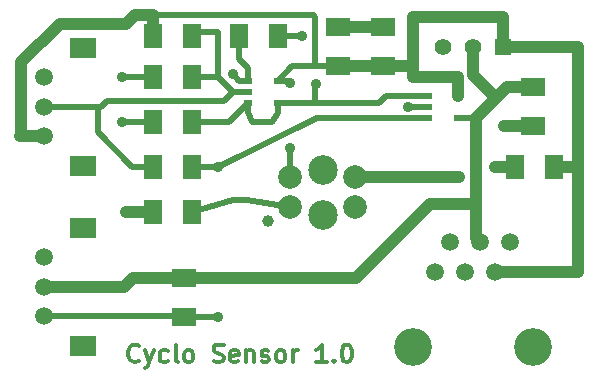
<source format=gtl>
%FSLAX34Y34*%
G04 Gerber Fmt 3.4, Leading zero omitted, Abs format*
G04 (created by PCBNEW (2014-jan-25)-product) date Wed 30 Apr 2014 07:54:19 PM MDT*
%MOIN*%
G01*
G70*
G90*
G04 APERTURE LIST*
%ADD10C,0.003937*%
%ADD11C,0.011811*%
%ADD12R,0.030000X0.020000*%
%ADD13C,0.125984*%
%ADD14C,0.059055*%
%ADD15C,0.078740*%
%ADD16C,0.098425*%
%ADD17C,0.039370*%
%ADD18R,0.080000X0.060000*%
%ADD19R,0.086614X0.070866*%
%ADD20R,0.055000X0.055000*%
%ADD21C,0.055000*%
%ADD22R,0.060000X0.080000*%
%ADD23C,0.035000*%
%ADD24C,0.040000*%
%ADD25C,0.010000*%
%ADD26C,0.019685*%
G04 APERTURE END LIST*
G54D10*
G54D11*
X48889Y-39960D02*
X48861Y-39989D01*
X48776Y-40017D01*
X48720Y-40017D01*
X48636Y-39989D01*
X48580Y-39932D01*
X48552Y-39876D01*
X48523Y-39764D01*
X48523Y-39679D01*
X48552Y-39567D01*
X48580Y-39510D01*
X48636Y-39454D01*
X48720Y-39426D01*
X48776Y-39426D01*
X48861Y-39454D01*
X48889Y-39482D01*
X49086Y-39623D02*
X49226Y-40017D01*
X49367Y-39623D02*
X49226Y-40017D01*
X49170Y-40157D01*
X49142Y-40185D01*
X49086Y-40214D01*
X49845Y-39989D02*
X49789Y-40017D01*
X49676Y-40017D01*
X49620Y-39989D01*
X49592Y-39960D01*
X49564Y-39904D01*
X49564Y-39735D01*
X49592Y-39679D01*
X49620Y-39651D01*
X49676Y-39623D01*
X49789Y-39623D01*
X49845Y-39651D01*
X50183Y-40017D02*
X50126Y-39989D01*
X50098Y-39932D01*
X50098Y-39426D01*
X50492Y-40017D02*
X50436Y-39989D01*
X50408Y-39960D01*
X50379Y-39904D01*
X50379Y-39735D01*
X50408Y-39679D01*
X50436Y-39651D01*
X50492Y-39623D01*
X50576Y-39623D01*
X50633Y-39651D01*
X50661Y-39679D01*
X50689Y-39735D01*
X50689Y-39904D01*
X50661Y-39960D01*
X50633Y-39989D01*
X50576Y-40017D01*
X50492Y-40017D01*
X51364Y-39989D02*
X51448Y-40017D01*
X51589Y-40017D01*
X51645Y-39989D01*
X51673Y-39960D01*
X51701Y-39904D01*
X51701Y-39848D01*
X51673Y-39792D01*
X51645Y-39764D01*
X51589Y-39735D01*
X51476Y-39707D01*
X51420Y-39679D01*
X51392Y-39651D01*
X51364Y-39595D01*
X51364Y-39539D01*
X51392Y-39482D01*
X51420Y-39454D01*
X51476Y-39426D01*
X51617Y-39426D01*
X51701Y-39454D01*
X52179Y-39989D02*
X52123Y-40017D01*
X52010Y-40017D01*
X51954Y-39989D01*
X51926Y-39932D01*
X51926Y-39707D01*
X51954Y-39651D01*
X52010Y-39623D01*
X52123Y-39623D01*
X52179Y-39651D01*
X52207Y-39707D01*
X52207Y-39764D01*
X51926Y-39820D01*
X52460Y-39623D02*
X52460Y-40017D01*
X52460Y-39679D02*
X52489Y-39651D01*
X52545Y-39623D01*
X52629Y-39623D01*
X52685Y-39651D01*
X52714Y-39707D01*
X52714Y-40017D01*
X52967Y-39989D02*
X53023Y-40017D01*
X53135Y-40017D01*
X53192Y-39989D01*
X53220Y-39932D01*
X53220Y-39904D01*
X53192Y-39848D01*
X53135Y-39820D01*
X53051Y-39820D01*
X52995Y-39792D01*
X52967Y-39735D01*
X52967Y-39707D01*
X52995Y-39651D01*
X53051Y-39623D01*
X53135Y-39623D01*
X53192Y-39651D01*
X53557Y-40017D02*
X53501Y-39989D01*
X53473Y-39960D01*
X53445Y-39904D01*
X53445Y-39735D01*
X53473Y-39679D01*
X53501Y-39651D01*
X53557Y-39623D01*
X53642Y-39623D01*
X53698Y-39651D01*
X53726Y-39679D01*
X53754Y-39735D01*
X53754Y-39904D01*
X53726Y-39960D01*
X53698Y-39989D01*
X53642Y-40017D01*
X53557Y-40017D01*
X54007Y-40017D02*
X54007Y-39623D01*
X54007Y-39735D02*
X54035Y-39679D01*
X54063Y-39651D01*
X54120Y-39623D01*
X54176Y-39623D01*
X55132Y-40017D02*
X54794Y-40017D01*
X54963Y-40017D02*
X54963Y-39426D01*
X54907Y-39510D01*
X54851Y-39567D01*
X54794Y-39595D01*
X55385Y-39960D02*
X55413Y-39989D01*
X55385Y-40017D01*
X55357Y-39989D01*
X55385Y-39960D01*
X55385Y-40017D01*
X55779Y-39426D02*
X55835Y-39426D01*
X55891Y-39454D01*
X55919Y-39482D01*
X55947Y-39539D01*
X55976Y-39651D01*
X55976Y-39792D01*
X55947Y-39904D01*
X55919Y-39960D01*
X55891Y-39989D01*
X55835Y-40017D01*
X55779Y-40017D01*
X55723Y-39989D01*
X55694Y-39960D01*
X55666Y-39904D01*
X55638Y-39792D01*
X55638Y-39651D01*
X55666Y-39539D01*
X55694Y-39482D01*
X55723Y-39454D01*
X55779Y-39426D01*
G54D12*
X52500Y-30625D03*
X52500Y-31375D03*
X53500Y-30625D03*
X52500Y-31000D03*
X53500Y-31375D03*
X58499Y-31125D03*
X58499Y-31875D03*
X59499Y-31125D03*
X58499Y-31500D03*
X59499Y-31875D03*
G54D13*
X62000Y-39500D03*
X58000Y-39500D03*
G54D14*
X61250Y-36000D03*
X60750Y-37000D03*
X60250Y-36000D03*
X59750Y-37000D03*
X59250Y-36000D03*
X58750Y-37000D03*
G54D15*
X53917Y-33850D03*
X56082Y-33850D03*
X53917Y-34850D03*
X56082Y-34850D03*
G54D16*
X55000Y-35098D03*
X55000Y-33601D03*
G54D17*
X53169Y-35314D03*
G54D18*
X55500Y-30150D03*
X55500Y-28850D03*
X57000Y-30150D03*
X57000Y-28850D03*
G54D14*
X45700Y-38484D03*
X45700Y-37500D03*
X45700Y-36515D03*
G54D19*
X47000Y-39468D03*
X47000Y-35531D03*
G54D20*
X61000Y-29500D03*
G54D21*
X60000Y-29500D03*
X59000Y-29500D03*
G54D14*
X45700Y-32484D03*
X45700Y-31500D03*
X45700Y-30515D03*
G54D19*
X47000Y-33468D03*
X47000Y-29531D03*
G54D22*
X61400Y-33500D03*
X62700Y-33500D03*
X50650Y-35000D03*
X49350Y-35000D03*
X50650Y-32000D03*
X49350Y-32000D03*
X49350Y-33500D03*
X50650Y-33500D03*
G54D18*
X61999Y-30850D03*
X61999Y-32150D03*
G54D22*
X50650Y-30500D03*
X49350Y-30500D03*
X50650Y-29150D03*
X49350Y-29150D03*
X53500Y-29150D03*
X52200Y-29150D03*
G54D18*
X50380Y-38510D03*
X50380Y-37210D03*
G54D23*
X53900Y-30700D03*
X53897Y-32874D03*
X48300Y-30500D03*
X61050Y-32150D03*
X57850Y-31500D03*
X48450Y-35000D03*
X48300Y-32000D03*
X56250Y-28850D03*
X51500Y-33500D03*
X51500Y-38500D03*
X60748Y-33503D03*
X59550Y-33850D03*
X52000Y-30400D03*
X54300Y-29150D03*
X54763Y-30748D03*
G54D24*
X45700Y-32484D02*
X44921Y-32480D01*
X48750Y-28450D02*
X49350Y-28450D01*
X48450Y-28750D02*
X48750Y-28450D01*
X46250Y-28750D02*
X48450Y-28750D01*
X44960Y-30000D02*
X46250Y-28750D01*
X44937Y-32464D02*
X44960Y-30000D01*
G54D25*
X44921Y-32480D02*
X44937Y-32464D01*
G54D26*
X54750Y-30150D02*
X54750Y-28500D01*
G54D24*
X49350Y-28450D02*
X49350Y-29150D01*
G54D26*
X54700Y-28450D02*
X49350Y-28450D01*
G54D25*
X54750Y-28500D02*
X54700Y-28450D01*
G54D26*
X53917Y-33850D02*
X53914Y-32891D01*
X53825Y-30625D02*
X53500Y-30625D01*
G54D25*
X53900Y-30700D02*
X53825Y-30625D01*
X53914Y-32891D02*
X53897Y-32874D01*
G54D24*
X62700Y-33500D02*
X63500Y-33500D01*
G54D25*
X63500Y-33500D02*
X63550Y-33450D01*
X63550Y-33450D02*
X63500Y-33450D01*
G54D26*
X55500Y-30150D02*
X54750Y-30150D01*
X54750Y-30150D02*
X54504Y-30150D01*
G54D25*
X54504Y-30150D02*
X54500Y-30150D01*
G54D26*
X54500Y-30150D02*
X54000Y-30150D01*
G54D25*
X54000Y-30150D02*
X53975Y-30150D01*
G54D26*
X53975Y-30150D02*
X53500Y-30625D01*
G54D24*
X55500Y-30150D02*
X57000Y-30150D01*
X57000Y-30150D02*
X58000Y-30150D01*
G54D25*
X58000Y-30150D02*
X58000Y-30000D01*
X59500Y-30500D02*
X59499Y-30500D01*
G54D24*
X58000Y-30500D02*
X59500Y-30500D01*
X58000Y-30000D02*
X58000Y-30500D01*
X59499Y-30500D02*
X59499Y-31125D01*
G54D25*
X63500Y-33500D02*
X63500Y-33450D01*
G54D24*
X63500Y-33450D02*
X63500Y-29500D01*
X63500Y-29500D02*
X61000Y-29500D01*
G54D25*
X63500Y-33500D02*
X63499Y-33500D01*
X63500Y-33500D02*
X63499Y-33500D01*
G54D24*
X60750Y-37000D02*
X63500Y-37000D01*
X63500Y-37000D02*
X63500Y-33500D01*
X61000Y-28500D02*
X58000Y-28500D01*
X58000Y-28500D02*
X58000Y-30000D01*
X61000Y-29500D02*
X61000Y-28500D01*
G54D26*
X49350Y-30500D02*
X48300Y-30500D01*
G54D24*
X61999Y-32150D02*
X61050Y-32150D01*
G54D26*
X58499Y-31500D02*
X57850Y-31500D01*
G54D24*
X49350Y-35000D02*
X48450Y-35000D01*
G54D26*
X48300Y-32000D02*
X49350Y-32000D01*
G54D24*
X57000Y-28850D02*
X56250Y-28850D01*
X56250Y-28850D02*
X55500Y-28850D01*
X50380Y-37210D02*
X56110Y-37210D01*
X58580Y-34740D02*
X60125Y-34740D01*
X56110Y-37210D02*
X58580Y-34740D01*
X60000Y-29500D02*
X60000Y-30440D01*
X60000Y-30440D02*
X60780Y-31220D01*
X48670Y-37210D02*
X50380Y-37210D01*
X45700Y-37500D02*
X48380Y-37500D01*
X48380Y-37500D02*
X48670Y-37210D01*
X60125Y-31875D02*
X60125Y-34740D01*
X60125Y-34740D02*
X60125Y-35875D01*
G54D25*
X60125Y-35875D02*
X60250Y-36000D01*
G54D26*
X59499Y-31875D02*
X60125Y-31875D01*
G54D24*
X61150Y-30850D02*
X61999Y-30850D01*
X60125Y-31875D02*
X60780Y-31220D01*
X60780Y-31220D02*
X61150Y-30850D01*
G54D26*
X50380Y-38510D02*
X51490Y-38510D01*
G54D25*
X51490Y-38510D02*
X51500Y-38500D01*
G54D26*
X45700Y-38484D02*
X50354Y-38484D01*
G54D25*
X50354Y-38484D02*
X50380Y-38510D01*
G54D26*
X58499Y-31875D02*
X54803Y-31889D01*
X54803Y-31889D02*
X51500Y-33500D01*
X51500Y-33500D02*
X50650Y-33500D01*
X47500Y-31500D02*
X47500Y-32350D01*
X48650Y-33500D02*
X49350Y-33500D01*
X47500Y-32350D02*
X48650Y-33500D01*
X45700Y-31500D02*
X47500Y-31500D01*
G54D25*
X47500Y-31500D02*
X47620Y-31500D01*
G54D26*
X51700Y-31300D02*
X52000Y-31000D01*
X47820Y-31300D02*
X48500Y-31300D01*
X48500Y-31300D02*
X51700Y-31300D01*
X47620Y-31500D02*
X47820Y-31300D01*
X50650Y-29000D02*
X51500Y-29000D01*
X51500Y-29000D02*
X51500Y-30500D01*
X50650Y-30500D02*
X51500Y-30500D01*
X52000Y-31000D02*
X52500Y-31000D01*
X51500Y-30500D02*
X52000Y-31000D01*
G54D24*
X60748Y-33503D02*
X61400Y-33500D01*
X56082Y-33850D02*
X59550Y-33850D01*
G54D26*
X52200Y-29150D02*
X52200Y-29900D01*
X52500Y-30200D02*
X52500Y-30625D01*
X52200Y-29900D02*
X52500Y-30200D01*
X52500Y-30625D02*
X52225Y-30625D01*
X52225Y-30625D02*
X52000Y-30400D01*
X50650Y-35000D02*
X52007Y-34606D01*
X52480Y-34606D02*
X53917Y-34850D01*
X52007Y-34606D02*
X52480Y-34606D01*
X52500Y-31375D02*
X52500Y-31673D01*
X53503Y-31692D02*
X53500Y-31375D01*
X53307Y-32007D02*
X53503Y-31692D01*
X52637Y-32007D02*
X53307Y-32007D01*
X52500Y-31673D02*
X52637Y-32007D01*
X54750Y-31350D02*
X54750Y-30700D01*
X54300Y-29150D02*
X53500Y-29150D01*
G54D25*
X54750Y-30700D02*
X54763Y-30748D01*
X54750Y-31350D02*
X54750Y-31375D01*
X54750Y-31375D02*
X54750Y-31350D01*
X54750Y-31350D02*
X54750Y-31375D01*
G54D26*
X50650Y-32000D02*
X51875Y-32000D01*
X51875Y-32000D02*
X52500Y-31375D01*
X53500Y-31375D02*
X54750Y-31375D01*
X54750Y-31375D02*
X56875Y-31375D01*
X57125Y-31125D02*
X58499Y-31125D01*
X56875Y-31375D02*
X57125Y-31125D01*
M02*

</source>
